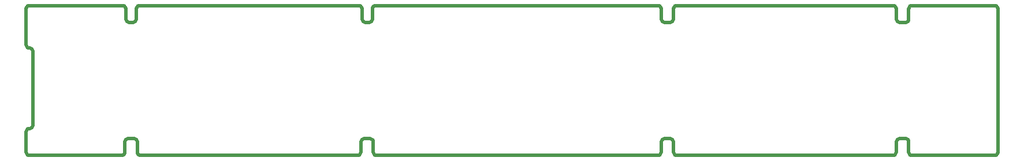
<source format=gko>
G04*
G04 #@! TF.GenerationSoftware,Altium Limited,Altium Designer,19.0.15 (446)*
G04*
G04 Layer_Color=16711935*
%FSLAX25Y25*%
%MOIN*%
G70*
G01*
G75*
%ADD16C,0.01968*%
D16*
X43361Y99463D02*
X43097Y100447D01*
X42377Y101168D01*
X41392Y101432D01*
X39424Y103400D02*
X39688Y102416D01*
X40408Y101695D01*
X41392Y101432D01*
X41392Y54975D02*
X42377Y55238D01*
X43097Y55959D01*
X43361Y56943D01*
X41392Y54975D02*
X40408Y54711D01*
X39688Y53991D01*
X39424Y53006D01*
X539806Y39403D02*
X540790Y39667D01*
X541511Y40387D01*
X541774Y41372D01*
X405947Y124049D02*
X405684Y125031D01*
X404965Y125750D01*
X403983Y126013D01*
X237253Y116183D02*
X238235Y116447D01*
X238954Y117166D01*
X239218Y118148D01*
X233321Y118148D02*
X233584Y117165D01*
X234303Y116446D01*
X235285Y116183D01*
X97104Y118143D02*
X97368Y117161D01*
X98087Y116442D01*
X99069Y116179D01*
X548861Y47277D02*
X548597Y48261D01*
X547876Y48982D01*
X546892Y49246D01*
X415006Y126009D02*
X414024Y125746D01*
X413305Y125027D01*
X413042Y124045D01*
X405951Y118143D02*
X406214Y117161D01*
X406933Y116442D01*
X407916Y116179D01*
X241190Y126013D02*
X240208Y125750D01*
X239489Y125031D01*
X239226Y124049D01*
X550829Y126013D02*
X549847Y125750D01*
X549128Y125031D01*
X548865Y124049D01*
X403983Y39403D02*
X404967Y39667D01*
X405688Y40387D01*
X405952Y41372D01*
X543743Y49246D02*
X542758Y48982D01*
X542038Y48261D01*
X541774Y47277D01*
X413038Y41372D02*
X413302Y40387D01*
X414022Y39667D01*
X415006Y39403D01*
X541774Y118147D02*
X542037Y117165D01*
X542756Y116446D01*
X543739Y116183D01*
X413038Y47277D02*
X412774Y48261D01*
X412053Y48982D01*
X411069Y49246D01*
X239813Y41372D02*
X240076Y40387D01*
X240797Y39667D01*
X241781Y39403D01*
X239813Y47277D02*
X239549Y48261D01*
X238828Y48982D01*
X237844Y49246D01*
X103596Y41372D02*
X103859Y40387D01*
X104580Y39667D01*
X105564Y39403D01*
X98478Y49246D02*
X97493Y48982D01*
X96773Y48261D01*
X96509Y47277D01*
X39424Y41372D02*
X39688Y40387D01*
X40408Y39667D01*
X41392Y39403D01*
Y126013D02*
X40410Y125750D01*
X39691Y125031D01*
X39428Y124049D01*
X598467Y39403D02*
X599449Y39666D01*
X600168Y40385D01*
X600431Y41368D01*
X600431Y124049D02*
X600168Y125031D01*
X599449Y125750D01*
X598467Y126013D01*
X541770Y124053D02*
X541507Y125035D01*
X540788Y125754D01*
X539806Y126017D01*
X411069Y116179D02*
X412052Y116442D01*
X412771Y117161D01*
X413034Y118143D01*
X104974Y126009D02*
X103991Y125746D01*
X103272Y125027D01*
X103009Y124044D01*
X548861Y41372D02*
X549124Y40387D01*
X549845Y39667D01*
X550829Y39403D01*
X546892Y116183D02*
X547874Y116446D01*
X548594Y117165D01*
X548857Y118147D01*
X233312Y124053D02*
X233049Y125035D01*
X232330Y125754D01*
X231348Y126018D01*
X407920Y49246D02*
X406935Y48982D01*
X406215Y48261D01*
X405951Y47277D01*
X234695Y49246D02*
X233710Y48982D01*
X232990Y48261D01*
X232726Y47277D01*
X230758Y39403D02*
X231742Y39667D01*
X232463Y40387D01*
X232726Y41372D01*
X103596Y47277D02*
X103332Y48261D01*
X102611Y48982D01*
X101627Y49246D01*
X94541Y39403D02*
X95525Y39667D01*
X96246Y40387D01*
X96509Y41372D01*
X101037Y116179D02*
X102019Y116442D01*
X102738Y117161D01*
X103001Y118144D01*
X97096Y124049D02*
X96833Y125031D01*
X96113Y125750D01*
X95131Y126013D01*
X39424Y41372D02*
Y53006D01*
X39424Y103400D02*
X39428Y124049D01*
X43361Y99463D02*
X43361Y56943D01*
X541774Y41372D02*
Y47277D01*
Y118143D02*
Y124049D01*
X405951Y41372D02*
Y47277D01*
X239813Y41372D02*
Y47277D01*
X232726Y41372D02*
Y47277D01*
X103596Y41372D02*
Y47240D01*
X600431Y41372D02*
Y124049D01*
X413038Y41372D02*
Y47277D01*
X103005Y118143D02*
Y124049D01*
X99068Y116175D02*
X101037D01*
X550829Y39403D02*
X598467D01*
X415006Y126013D02*
X539806D01*
X413038Y118143D02*
Y124049D01*
X241781Y39403D02*
X403983D01*
X241190Y126013D02*
X403983D01*
X96509Y41372D02*
Y47277D01*
X97100Y118143D02*
Y124049D01*
X548861Y41372D02*
Y47277D01*
X543743Y49246D02*
X546892D01*
X548861Y118143D02*
Y124049D01*
X543743Y116175D02*
X546892D01*
X407920Y49246D02*
X411069D01*
X405951Y118143D02*
Y124049D01*
X239222Y118143D02*
Y124049D01*
X233317Y118143D02*
Y124049D01*
X407920Y116175D02*
X411069D01*
X234695Y49246D02*
X237844D01*
X235285Y116175D02*
X237253D01*
X98478Y49246D02*
X101627D01*
X550829Y126013D02*
X598467D01*
X415006Y39403D02*
X539806D01*
X105564D02*
X230758D01*
X104974Y126013D02*
X231349D01*
X41392Y39403D02*
X94541D01*
X41392Y126013D02*
X95131D01*
M02*

</source>
